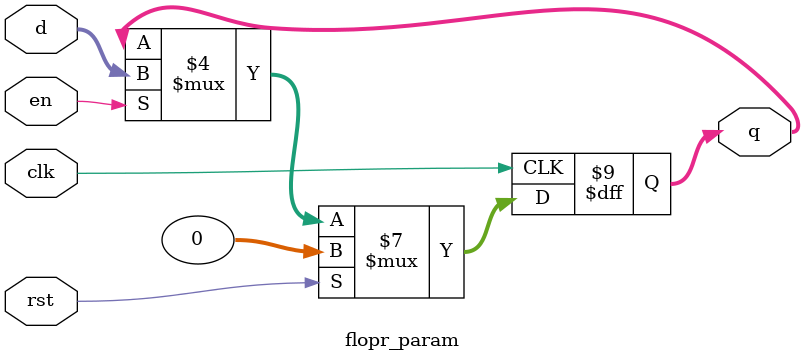
<source format=v>

`timescale 1ns/1ns

module flopr_param (clk, rst,en ,q,d);

parameter n=32;
input clk,rst;
input [n-1:0] d;
input en;
output reg [n-1:0] q;

always @ (posedge clk)

  if(rst) q<=0;
  else if (!en) q<=q;
  else q<=d;
    
endmodule


</source>
